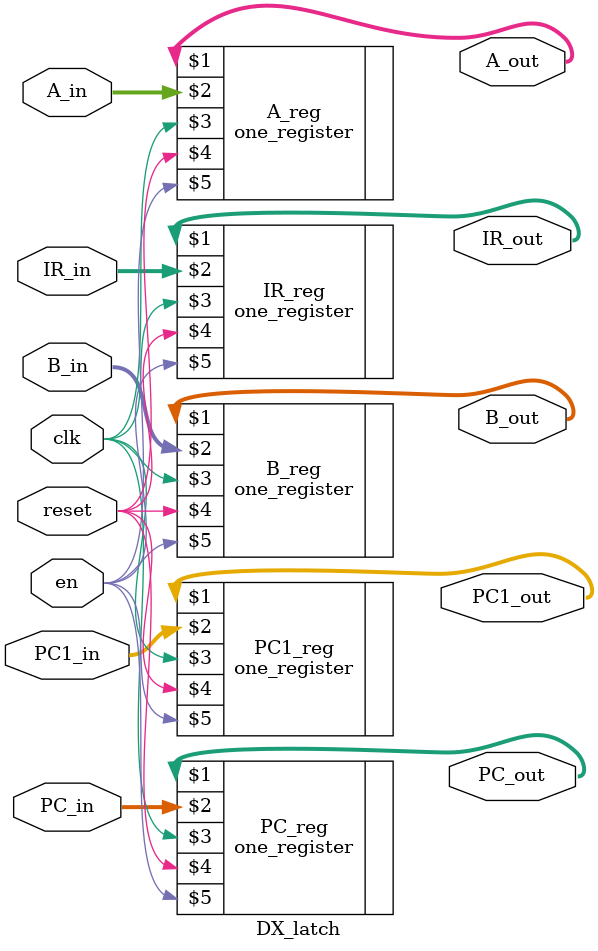
<source format=v>
module DX_latch(PC_out, PC1_out, IR_out, A_out, B_out, PC_in, PC1_in, IR_in, A_in, B_in, clk, reset, en);
    output [31:0] PC_out, PC1_out, IR_out, A_out, B_out;
    input [31:0] PC_in, PC1_in, IR_in, A_in, B_in;
    input clk, reset, en;

    one_register PC_reg(PC_out, PC_in, clk, reset, en);
    one_register PC1_reg(PC1_out, PC1_in, clk, reset, en);
    one_register IR_reg(IR_out, IR_in, clk, reset, en);
    one_register A_reg(A_out, A_in, clk, reset, en);
    one_register B_reg(B_out, B_in, clk, reset, en);

endmodule
</source>
